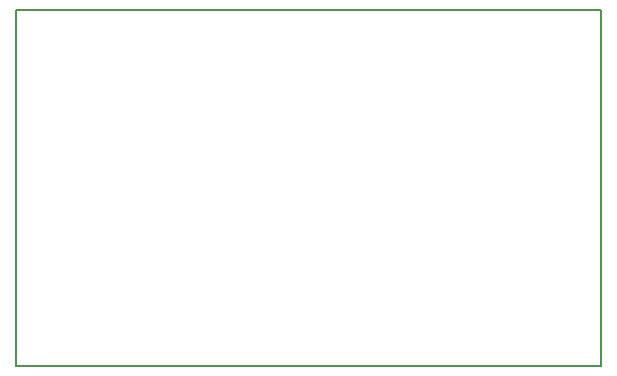
<source format=gko>
G04 EasyPC Gerber Version 22.0.3 Build 4723 *
%FSLAX35Y35*%
%MOIN*%
%ADD71C,0.00800*%
X0Y0D02*
D02*
D71*
X400Y400D02*
X195400D01*
Y119150*
X400*
Y400*
X0Y0D02*
M02*

</source>
